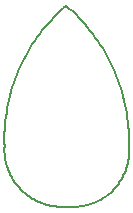
<source format=gko>
G75*
%MOIN*%
%OFA0B0*%
%FSLAX25Y25*%
%IPPOS*%
%LPD*%
%AMOC8*
5,1,8,0,0,1.08239X$1,22.5*
%
%ADD10C,0.00800*%
D10*
X0427333Y0031500D02*
X0427364Y0032952D01*
X0427359Y0034404D01*
X0427319Y0035855D01*
X0427244Y0037305D01*
X0427134Y0038753D01*
X0426988Y0040198D01*
X0426808Y0041639D01*
X0426592Y0043074D01*
X0426342Y0044505D01*
X0426057Y0045929D01*
X0425737Y0047345D01*
X0425383Y0048753D01*
X0424996Y0050152D01*
X0424574Y0051542D01*
X0424118Y0052921D01*
X0423629Y0054288D01*
X0423107Y0055643D01*
X0422553Y0056985D01*
X0421966Y0058313D01*
X0421346Y0059626D01*
X0420695Y0060924D01*
X0420013Y0062206D01*
X0419300Y0063471D01*
X0418556Y0064718D01*
X0417782Y0065946D01*
X0416979Y0067156D01*
X0416146Y0068345D01*
X0415285Y0069514D01*
X0414395Y0070662D01*
X0413478Y0071788D01*
X0412534Y0072891D01*
X0411564Y0073971D01*
X0410567Y0075027D01*
X0409545Y0076059D01*
X0408498Y0077065D01*
X0407427Y0078045D01*
X0406333Y0079000D01*
X0403833Y0012000D02*
X0406833Y0011978D01*
X0409833Y0012000D01*
X0410280Y0012030D01*
X0410726Y0012070D01*
X0411170Y0012121D01*
X0411614Y0012183D01*
X0412056Y0012255D01*
X0412496Y0012339D01*
X0412933Y0012432D01*
X0413369Y0012537D01*
X0413801Y0012652D01*
X0414231Y0012777D01*
X0414658Y0012913D01*
X0415081Y0013058D01*
X0415501Y0013214D01*
X0415917Y0013381D01*
X0416328Y0013557D01*
X0416735Y0013743D01*
X0417138Y0013939D01*
X0417536Y0014144D01*
X0417928Y0014359D01*
X0418316Y0014584D01*
X0418698Y0014818D01*
X0419074Y0015061D01*
X0419444Y0015312D01*
X0419808Y0015573D01*
X0420165Y0015843D01*
X0420516Y0016121D01*
X0420860Y0016407D01*
X0421197Y0016702D01*
X0421527Y0017005D01*
X0421849Y0017316D01*
X0422164Y0017634D01*
X0422471Y0017960D01*
X0422770Y0018293D01*
X0423061Y0018633D01*
X0423344Y0018981D01*
X0423618Y0019335D01*
X0423883Y0019695D01*
X0424140Y0020062D01*
X0424388Y0020435D01*
X0424626Y0020814D01*
X0424856Y0021198D01*
X0425076Y0021588D01*
X0425286Y0021983D01*
X0425487Y0022383D01*
X0425679Y0022788D01*
X0425860Y0023197D01*
X0426032Y0023611D01*
X0426193Y0024029D01*
X0426344Y0024450D01*
X0426485Y0024875D01*
X0426616Y0025303D01*
X0426737Y0025734D01*
X0426846Y0026168D01*
X0426946Y0026605D01*
X0427035Y0027044D01*
X0427113Y0027484D01*
X0427180Y0027927D01*
X0427237Y0028371D01*
X0427283Y0028816D01*
X0427319Y0029263D01*
X0427343Y0029710D01*
X0427357Y0030157D01*
X0427360Y0030605D01*
X0427352Y0031053D01*
X0427333Y0031500D01*
X0385833Y0032000D02*
X0385796Y0033433D01*
X0385793Y0034866D01*
X0385825Y0036300D01*
X0385892Y0037732D01*
X0385994Y0039162D01*
X0386131Y0040589D01*
X0386302Y0042012D01*
X0386508Y0043431D01*
X0386748Y0044844D01*
X0387022Y0046251D01*
X0387331Y0047651D01*
X0387673Y0049044D01*
X0388049Y0050427D01*
X0388459Y0051801D01*
X0388902Y0053164D01*
X0389378Y0054517D01*
X0389886Y0055857D01*
X0390427Y0057185D01*
X0391001Y0058499D01*
X0391605Y0059798D01*
X0392242Y0061083D01*
X0392909Y0062352D01*
X0393607Y0063604D01*
X0394335Y0064839D01*
X0395093Y0066056D01*
X0395881Y0067254D01*
X0396697Y0068432D01*
X0397541Y0069591D01*
X0398414Y0070728D01*
X0399314Y0071844D01*
X0400241Y0072938D01*
X0401194Y0074009D01*
X0402172Y0075057D01*
X0403176Y0076080D01*
X0404205Y0077079D01*
X0405257Y0078052D01*
X0406333Y0079000D01*
X0385833Y0032000D02*
X0385815Y0031541D01*
X0385807Y0031081D01*
X0385811Y0030621D01*
X0385825Y0030162D01*
X0385851Y0029703D01*
X0385888Y0029244D01*
X0385936Y0028787D01*
X0385995Y0028331D01*
X0386065Y0027877D01*
X0386146Y0027424D01*
X0386238Y0026973D01*
X0386341Y0026525D01*
X0386454Y0026080D01*
X0386578Y0025637D01*
X0386713Y0025198D01*
X0386859Y0024761D01*
X0387015Y0024329D01*
X0387181Y0023900D01*
X0387358Y0023476D01*
X0387545Y0023056D01*
X0387742Y0022640D01*
X0387949Y0022230D01*
X0388166Y0021824D01*
X0388392Y0021424D01*
X0388628Y0021030D01*
X0388874Y0020641D01*
X0389129Y0020259D01*
X0389393Y0019882D01*
X0389666Y0019512D01*
X0389948Y0019149D01*
X0390239Y0018793D01*
X0390538Y0018444D01*
X0390846Y0018102D01*
X0391162Y0017768D01*
X0391485Y0017442D01*
X0391817Y0017123D01*
X0392156Y0016813D01*
X0392503Y0016510D01*
X0392856Y0016217D01*
X0393217Y0015932D01*
X0393584Y0015655D01*
X0393959Y0015388D01*
X0394339Y0015130D01*
X0394726Y0014881D01*
X0395118Y0014641D01*
X0395516Y0014411D01*
X0395920Y0014191D01*
X0396328Y0013981D01*
X0396742Y0013780D01*
X0397161Y0013590D01*
X0397584Y0013409D01*
X0398011Y0013239D01*
X0398442Y0013080D01*
X0398877Y0012930D01*
X0399315Y0012792D01*
X0399757Y0012664D01*
X0400201Y0012546D01*
X0400649Y0012440D01*
X0401098Y0012344D01*
X0401550Y0012259D01*
X0402004Y0012186D01*
X0402459Y0012123D01*
X0402916Y0012071D01*
X0403374Y0012030D01*
X0403833Y0012000D01*
M02*

</source>
